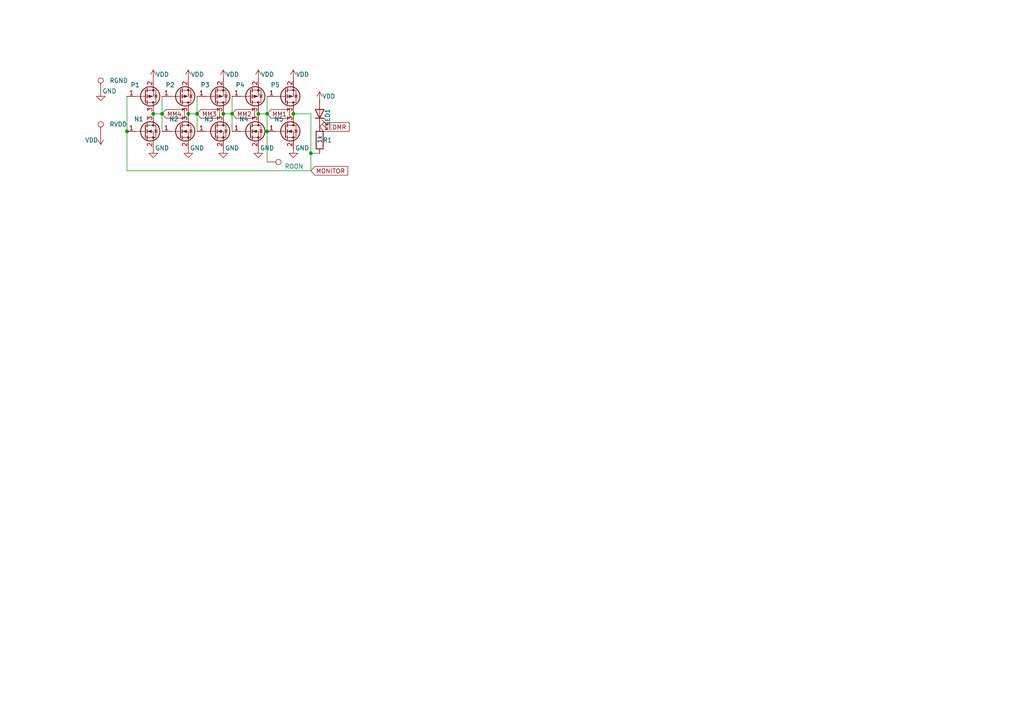
<source format=kicad_sch>
(kicad_sch (version 20250114) (generator "eeschema") (generator_version "9.0")
  (paper "A4")
  (lib_symbols
    (symbol "Connector:TestPoint" (pin_numbers (hide yes)) (pin_names (offset 0.762) (hide yes))
      (property "Reference" "TP" (at 0 6.858 0))
      (property "Value" "TestPoint" (at 0 5.08 0))
      (symbol "TestPoint_0_1"
        (circle (center 0 3.302) (radius 0.762))
      )
      (symbol "TestPoint_1_1"
        (pin passive line (at 0 0 90) (length 2.54) (name "1") (number "1"))
      )
    )
    (symbol "Device:LED" (pin_numbers (hide yes)) (pin_names (offset 1.016) (hide yes))
      (property "Reference" "D" (at 0 2.54 0))
      (property "Value" "LED" (at 0 -2.54 0))
      (symbol "LED_0_1"
        (polyline (pts (xy -3.048 -0.762) (xy -4.572 -2.286) (xy -3.81 -2.286) (xy -4.572 -2.286) (xy -4.572 -1.524)))
        (polyline (pts (xy -1.778 -0.762) (xy -3.302 -2.286) (xy -2.54 -2.286) (xy -3.302 -2.286) (xy -3.302 -1.524)))
        (polyline (pts (xy -1.27 0) (xy 1.27 0)))
        (polyline (pts (xy -1.27 -1.27) (xy -1.27 1.27)) (stroke (width 0.254)))
        (polyline (pts (xy 1.27 -1.27) (xy 1.27 1.27) (xy -1.27 0) (xy 1.27 -1.27)) (stroke (width 0.254)))
      )
      (symbol "LED_1_1"
        (pin passive line (at -3.81 0 0) (length 2.54) (name "K") (number "1"))
        (pin passive line (at 3.81 0 180) (length 2.54) (name "A") (number "2"))
      )
    )
    (symbol "Device:Q_NMOS_GSD" (pin_names (offset 0) (hide yes))
      (property "Reference" "Q" (at 5.08 1.27 0))
      (property "Value" "Q_NMOS_GSD" (at 5.08 -1.27 0))
      (symbol "Q_NMOS_GSD_0_1"
        (polyline (pts (xy 0.254 1.905) (xy 0.254 -1.905)) (stroke (width 0.254)))
        (polyline (pts (xy 0.254 0) (xy -2.54 0)))
        (polyline (pts (xy 0.762 2.286) (xy 0.762 1.27)) (stroke (width 0.254)))
        (polyline (pts (xy 0.762 0.508) (xy 0.762 -0.508)) (stroke (width 0.254)))
        (polyline (pts (xy 0.762 -1.27) (xy 0.762 -2.286)) (stroke (width 0.254)))
        (polyline (pts (xy 0.762 -1.778) (xy 3.302 -1.778) (xy 3.302 1.778) (xy 0.762 1.778)))
        (polyline (pts (xy 1.016 0) (xy 2.032 0.381) (xy 2.032 -0.381) (xy 1.016 0)) (fill (type outline)))
        (circle (center 1.651 0) (radius 2.794) (stroke (width 0.254)))
        (polyline (pts (xy 2.54 2.54) (xy 2.54 1.778)))
        (circle (center 2.54 1.778) (radius 0.254) (fill (type outline)))
        (circle (center 2.54 -1.778) (radius 0.254) (fill (type outline)))
        (polyline (pts (xy 2.54 -2.54) (xy 2.54 0) (xy 0.762 0)))
        (polyline (pts (xy 2.794 0.508) (xy 2.921 0.381) (xy 3.683 0.381) (xy 3.81 0.254)))
        (polyline (pts (xy 3.302 0.381) (xy 2.921 -0.254) (xy 3.683 -0.254) (xy 3.302 0.381)))
      )
      (symbol "Q_NMOS_GSD_1_1"
        (pin input line (at -5.08 0 0) (length 2.54) (name "G") (number "1"))
        (pin passive line (at 2.54 5.08 270) (length 2.54) (name "D") (number "3"))
        (pin passive line (at 2.54 -5.08 90) (length 2.54) (name "S") (number "2"))
      )
    )
    (symbol "Device:Q_PMOS_GSD" (pin_names (offset 0) (hide yes))
      (property "Reference" "Q" (at 5.08 1.27 0))
      (property "Value" "Q_PMOS_GSD" (at 5.08 -1.27 0))
      (symbol "Q_PMOS_GSD_0_1"
        (polyline (pts (xy 0.254 1.905) (xy 0.254 -1.905)) (stroke (width 0.254)))
        (polyline (pts (xy 0.254 0) (xy -2.54 0)))
        (polyline (pts (xy 0.762 2.286) (xy 0.762 1.27)) (stroke (width 0.254)))
        (polyline (pts (xy 0.762 1.778) (xy 3.302 1.778) (xy 3.302 -1.778) (xy 0.762 -1.778)))
        (polyline (pts (xy 0.762 0.508) (xy 0.762 -0.508)) (stroke (width 0.254)))
        (polyline (pts (xy 0.762 -1.27) (xy 0.762 -2.286)) (stroke (width 0.254)))
        (circle (center 1.651 0) (radius 2.794) (stroke (width 0.254)))
        (polyline (pts (xy 2.286 0) (xy 1.27 0.381) (xy 1.27 -0.381) (xy 2.286 0)) (fill (type outline)))
        (polyline (pts (xy 2.54 2.54) (xy 2.54 1.778)))
        (circle (center 2.54 1.778) (radius 0.254) (fill (type outline)))
        (circle (center 2.54 -1.778) (radius 0.254) (fill (type outline)))
        (polyline (pts (xy 2.54 -2.54) (xy 2.54 0) (xy 0.762 0)))
        (polyline (pts (xy 2.794 -0.508) (xy 2.921 -0.381) (xy 3.683 -0.381) (xy 3.81 -0.254)))
        (polyline (pts (xy 3.302 -0.381) (xy 2.921 0.254) (xy 3.683 0.254) (xy 3.302 -0.381)))
      )
      (symbol "Q_PMOS_GSD_1_1"
        (pin input line (at -5.08 0 0) (length 2.54) (name "G") (number "1"))
        (pin passive line (at 2.54 5.08 270) (length 2.54) (name "D") (number "3"))
        (pin passive line (at 2.54 -5.08 90) (length 2.54) (name "S") (number "2"))
      )
    )
    (symbol "Device:R" (pin_numbers (hide yes)) (pin_names (offset 0))
      (property "Reference" "R" (at 2.032 0 90))
      (property "Value" "R" (at 0 0 90))
      (symbol "R_0_1"
        (rectangle (start -1.016 -2.54) (end 1.016 2.54) (stroke (width 0.254)))
      )
      (symbol "R_1_1"
        (pin passive line (at 0 3.81 270) (length 1.27) (name "~") (number "1"))
        (pin passive line (at 0 -3.81 90) (length 1.27) (name "~") (number "2"))
      )
    )
    (symbol "power:GND" (power) (pin_numbers (hide yes)) (pin_names (offset 0) (hide yes))
      (property "Value" "GND" (at 0 -3.81 0))
      (symbol "GND_0_1"
        (polyline (pts (xy 0 0) (xy 0 -1.27) (xy 1.27 -1.27) (xy 0 -2.54) (xy -1.27 -1.27) (xy 0 -1.27)))
      )
      (symbol "GND_1_1"
        (pin power_in line (at 0 0 270) (length 0) (name "~") (number "1"))
      )
    )
    (symbol "power:VDD" (power) (pin_numbers (hide yes)) (pin_names (offset 0) (hide yes))
      (property "Value" "VDD" (at 0 3.556 0))
      (symbol "VDD_0_1"
        (polyline (pts (xy -0.762 1.27) (xy 0 2.54)))
        (polyline (pts (xy 0 2.54) (xy 0.762 1.27)))
        (polyline (pts (xy 0 0) (xy 0 2.54)))
      )
      (symbol "VDD_1_1"
        (pin power_in line (at 0 0 90) (length 0) (name "~") (number "1"))
      )
    )
  )
  (junction (at 44.45 33.02))
  (junction (at 46.99 33.02))
  (junction (at 36.83 38.1))
  (junction (at 74.93 33.02))
  (junction (at 85.09 33.02))
  (junction (at 57.15 33.02))
  (junction (at 54.61 33.02))
  (junction (at 77.47 38.1))
  (junction (at 64.77 33.02))
  (junction (at 77.47 33.02))
  (junction (at 90.17 44.45))
  (junction (at 67.31 33.02))
  (wire (pts (xy 77.47 46.99) (xy 77.47 38.1)))
  (wire (pts (xy 77.47 33.02) (xy 77.47 38.1)))
  (wire (pts (xy 67.31 27.94) (xy 67.31 33.02)))
  (wire (pts (xy 44.45 33.02) (xy 46.99 33.02)))
  (wire (pts (xy 46.99 27.94) (xy 46.99 33.02)))
  (wire (pts (xy 57.15 27.94) (xy 57.15 33.02)))
  (wire (pts (xy 90.17 49.53) (xy 36.83 49.53)))
  (wire (pts (xy 36.83 27.94) (xy 36.83 38.1)))
  (wire (pts (xy 90.17 44.45) (xy 92.71 44.45)))
  (wire (pts (xy 36.83 49.53) (xy 36.83 38.1)))
  (wire (pts (xy 64.77 33.02) (xy 67.31 33.02)))
  (wire (pts (xy 90.17 44.45) (xy 90.17 49.53)))
  (wire (pts (xy 46.99 33.02) (xy 46.99 38.1)))
  (wire (pts (xy 57.15 33.02) (xy 57.15 38.1)))
  (wire (pts (xy 54.61 33.02) (xy 57.15 33.02)))
  (wire (pts (xy 90.17 33.02) (xy 90.17 44.45)))
  (wire (pts (xy 85.09 33.02) (xy 90.17 33.02)))
  (wire (pts (xy 77.47 27.94) (xy 77.47 33.02)))
  (wire (pts (xy 74.93 33.02) (xy 77.47 33.02)))
  (wire (pts (xy 67.31 33.02) (xy 67.31 38.1)))
  (global_label "LEDMR" (shape input) (at 92.71 36.83 0) (property "Intersheetrefs" "${INTERSHEET_REFS}" (effects (hide yes))))
  (global_label "MONITOR" (shape input) (at 90.17 49.53 0) (property "Intersheetrefs" "${INTERSHEET_REFS}" (effects (hide yes))))
  (global_label "MM2" (shape input) (at 67.31 33.02 0) (property "Intersheetrefs" "${INTERSHEET_REFS}" (effects (hide yes))))
  (global_label "MM1" (shape input) (at 77.47 33.02 0) (property "Intersheetrefs" "${INTERSHEET_REFS}" (effects (hide yes))))
  (global_label "MM4" (shape input) (at 46.99 33.02 0) (property "Intersheetrefs" "${INTERSHEET_REFS}" (effects (hide yes))))
  (global_label "MM3" (shape input) (at 57.15 33.02 0) (property "Intersheetrefs" "${INTERSHEET_REFS}" (effects (hide yes))))
  (symbol (lib_id "Device:Q_NMOS_GSD") (at 62.23 38.1 0) (unit 1)
    (property "Reference" "N3" (at 59.182 34.544 0) (effects (justify left)))
    (property "Value" "2SK3541" (effects (hide yes)))
    (property "Footprint" "cnhardware:SOT-723-COMPACT" (effects (hide yes)))
    (property "Description" "N-MOSFET transistor, gate/source/drain" (effects (hide yes)))
    (property "LCSC" "C42402303" (effects (hide yes)))
    (property "Sim.Device" "NMOS" (effects (hide yes)))
    (property "Sim.Type" "VDMOS" (effects (hide yes)))
    (property "Sim.Pins" "1=G 2=S 3=D" (effects (hide yes)))
  )
  (symbol (lib_id "power:VDD") (at 74.93 22.86 0) (unit 1)
    (property "Reference" "#PWR09" (effects (hide yes)))
    (property "Value" "VDD" (at 79.502 21.59 0) (effects (justify right)))
    (property "Description" "Power symbol creates a global label with name \"VDD\"" (effects (hide yes)))
  )
  (symbol (lib_id "Device:Q_NMOS_GSD") (at 41.91 38.1 0) (unit 1)
    (property "Reference" "N1" (at 38.862 34.544 0) (effects (justify left)))
    (property "Value" "2SK3541" (effects (hide yes)))
    (property "Footprint" "cnhardware:SOT-723-COMPACT" (effects (hide yes)))
    (property "Description" "N-MOSFET transistor, gate/source/drain" (effects (hide yes)))
    (property "LCSC" "C42402303" (effects (hide yes)))
    (property "Sim.Device" "NMOS" (effects (hide yes)))
    (property "Sim.Type" "VDMOS" (effects (hide yes)))
    (property "Sim.Pins" "1=G 2=S 3=D" (effects (hide yes)))
  )
  (symbol (lib_id "Device:Q_NMOS_GSD") (at 72.39 38.1 0) (unit 1)
    (property "Reference" "N4" (at 69.342 34.544 0) (effects (justify left)))
    (property "Value" "2SK3541" (effects (hide yes)))
    (property "Footprint" "cnhardware:SOT-723-COMPACT" (effects (hide yes)))
    (property "Description" "N-MOSFET transistor, gate/source/drain" (effects (hide yes)))
    (property "LCSC" "C42402303" (effects (hide yes)))
    (property "Sim.Device" "NMOS" (effects (hide yes)))
    (property "Sim.Type" "VDMOS" (effects (hide yes)))
    (property "Sim.Pins" "1=G 2=S 3=D" (effects (hide yes)))
  )
  (symbol (lib_id "Connector:TestPoint") (at 77.47 46.99 270) (unit 1) (in_bom no)
    (property "Reference" "TP3" (effects (hide yes)))
    (property "Value" "ROON" (at 82.55 48.2599 90) (effects (justify left)))
    (property "Footprint" "cnhardware:TPTHRU" (effects (hide yes)))
    (property "Description" "test point" (effects (hide yes)))
    (property "LCSC" "C25503131" (effects (hide yes)))
    (property "Sim.Device" "TP" (effects (hide yes)))
    (property "Sim.Params" "TP" (effects (hide yes)))
  )
  (symbol (lib_id "Device:Q_PMOS_GSD") (at 62.23 27.94 0) (mirror x) (unit 1)
    (property "Reference" "P3" (at 58.166 24.638 0) (effects (justify left)))
    (property "Value" "RZM001P02T2L" (effects (hide yes)))
    (property "Footprint" "cnhardware:SOT-723-COMPACTP" (effects (hide yes)))
    (property "Description" "P-MOSFET transistor, gate/source/drain" (effects (hide yes)))
    (property "LCSC" "C308762" (effects (hide yes)))
    (property "Sim.Device" "PMOS" (effects (hide yes)))
    (property "Sim.Type" "VDMOS" (effects (hide yes)))
    (property "Sim.Pins" "1=G 2=S 3=D" (effects (hide yes)))
  )
  (symbol (lib_id "power:VDD") (at 92.71 29.21 0) (unit 1)
    (property "Reference" "#PWR013" (effects (hide yes)))
    (property "Value" "VDD" (at 97.282 27.94 0) (effects (justify right)))
    (property "Description" "Power symbol creates a global label with name \"VDD\"" (effects (hide yes)))
  )
  (symbol (lib_id "power:GND") (at 29.21 26.67 0) (unit 1)
    (property "Reference" "#PWR01" (effects (hide yes)))
    (property "Value" "GND" (at 31.75 26.416 0))
    (property "Description" "Power symbol creates a global label with name \"GND\" , ground" (effects (hide yes)))
  )
  (symbol (lib_id "power:VDD") (at 64.77 22.86 0) (unit 1)
    (property "Reference" "#PWR07" (effects (hide yes)))
    (property "Value" "VDD" (at 69.342 21.59 0) (effects (justify right)))
    (property "Description" "Power symbol creates a global label with name \"VDD\"" (effects (hide yes)))
  )
  (symbol (lib_id "Device:LED") (at 92.71 33.02 90) (unit 1)
    (property "Reference" "LED1" (at 94.996 31.496 0) (effects (justify right)))
    (property "Value" "LED" (effects (hide yes)))
    (property "Footprint" "cnhardware:LED_0402_1005Metric_COMPACT" (effects (hide yes)))
    (property "Description" "Light emitting diode" (effects (hide yes)))
    (property "LCSC" "C965793" (effects (hide yes)))
    (property "Sim.Device" "LED" (effects (hide yes)))
    (property "Sim.Pins" "1=A 2=K" (effects (hide yes)))
  )
  (symbol (lib_id "Device:Q_PMOS_GSD") (at 41.91 27.94 0) (mirror x) (unit 1)
    (property "Reference" "P1" (at 37.846 24.638 0) (effects (justify left)))
    (property "Value" "RZM001P02T2L" (effects (hide yes)))
    (property "Footprint" "cnhardware:SOT-723-COMPACTP" (effects (hide yes)))
    (property "Description" "P-MOSFET transistor, gate/source/drain" (effects (hide yes)))
    (property "LCSC" "C308762" (effects (hide yes)))
    (property "Sim.Device" "PMOS" (effects (hide yes)))
    (property "Sim.Type" "VDMOS" (effects (hide yes)))
    (property "Sim.Pins" "1=G 2=S 3=D" (effects (hide yes)))
  )
  (symbol (lib_id "Connector:TestPoint") (at 29.21 39.37 0) (unit 1) (in_bom no)
    (property "Reference" "TP2" (effects (hide yes)))
    (property "Value" "RVDD" (at 31.75 36.0679 0) (effects (justify left)))
    (property "Footprint" "cnhardware:TPTHRU" (effects (hide yes)))
    (property "Description" "test point" (effects (hide yes)))
    (property "LCSC" "C25503131" (effects (hide yes)))
    (property "Sim.Device" "TP" (effects (hide yes)))
    (property "Sim.Params" "TP" (effects (hide yes)))
  )
  (symbol (lib_id "power:GND") (at 64.77 43.18 0) (unit 1)
    (property "Reference" "#PWR08" (effects (hide yes)))
    (property "Value" "GND" (at 67.31 42.926 0))
    (property "Description" "Power symbol creates a global label with name \"GND\" , ground" (effects (hide yes)))
  )
  (symbol (lib_id "power:VDD") (at 54.61 22.86 0) (unit 1)
    (property "Reference" "#PWR05" (effects (hide yes)))
    (property "Value" "VDD" (at 59.182 21.59 0) (effects (justify right)))
    (property "Description" "Power symbol creates a global label with name \"VDD\"" (effects (hide yes)))
  )
  (symbol (lib_id "power:GND") (at 74.93 43.18 0) (unit 1)
    (property "Reference" "#PWR010" (effects (hide yes)))
    (property "Value" "GND" (at 77.47 42.926 0))
    (property "Description" "Power symbol creates a global label with name \"GND\" , ground" (effects (hide yes)))
  )
  (symbol (lib_id "power:VDD") (at 44.45 22.86 0) (unit 1)
    (property "Reference" "#PWR03" (effects (hide yes)))
    (property "Value" "VDD" (at 49.022 21.59 0) (effects (justify right)))
    (property "Description" "Power symbol creates a global label with name \"VDD\"" (effects (hide yes)))
  )
  (symbol (lib_id "Device:Q_PMOS_GSD") (at 82.55 27.94 0) (mirror x) (unit 1)
    (property "Reference" "P5" (at 78.486 24.638 0) (effects (justify left)))
    (property "Value" "RZM001P02T2L" (effects (hide yes)))
    (property "Footprint" "cnhardware:SOT-723-COMPACTP" (effects (hide yes)))
    (property "Description" "P-MOSFET transistor, gate/source/drain" (effects (hide yes)))
    (property "LCSC" "C308762" (effects (hide yes)))
    (property "Sim.Device" "PMOS" (effects (hide yes)))
    (property "Sim.Type" "VDMOS" (effects (hide yes)))
    (property "Sim.Pins" "1=G 2=S 3=D" (effects (hide yes)))
  )
  (symbol (lib_id "power:GND") (at 54.61 43.18 0) (unit 1)
    (property "Reference" "#PWR06" (effects (hide yes)))
    (property "Value" "GND" (at 57.15 42.926 0))
    (property "Description" "Power symbol creates a global label with name \"GND\" , ground" (effects (hide yes)))
  )
  (symbol (lib_id "Device:Q_NMOS_GSD") (at 82.55 38.1 0) (unit 1)
    (property "Reference" "N5" (at 79.502 34.544 0) (effects (justify left)))
    (property "Value" "2SK3541" (effects (hide yes)))
    (property "Footprint" "cnhardware:SOT-723-COMPACT" (effects (hide yes)))
    (property "Description" "N-MOSFET transistor, gate/source/drain" (effects (hide yes)))
    (property "LCSC" "C42402303" (effects (hide yes)))
    (property "Sim.Device" "NMOS" (effects (hide yes)))
    (property "Sim.Type" "VDMOS" (effects (hide yes)))
    (property "Sim.Pins" "1=G 2=S 3=D" (effects (hide yes)))
  )
  (symbol (lib_id "Connector:TestPoint") (at 29.21 26.67 0) (unit 1) (in_bom no)
    (property "Reference" "TP1" (effects (hide yes)))
    (property "Value" "RGND" (at 31.75 23.3679 0) (effects (justify left)))
    (property "Footprint" "cnhardware:TPTHRU" (effects (hide yes)))
    (property "Description" "test point" (effects (hide yes)))
    (property "LCSC" "C25503131" (effects (hide yes)))
    (property "Sim.Device" "TP" (effects (hide yes)))
    (property "Sim.Params" "TP" (effects (hide yes)))
  )
  (symbol (lib_id "power:VDD") (at 85.09 22.86 0) (unit 1)
    (property "Reference" "#PWR011" (effects (hide yes)))
    (property "Value" "VDD" (at 89.662 21.59 0) (effects (justify right)))
    (property "Description" "Power symbol creates a global label with name \"VDD\"" (effects (hide yes)))
  )
  (symbol (lib_id "power:GND") (at 85.09 43.18 0) (unit 1)
    (property "Reference" "#PWR012" (effects (hide yes)))
    (property "Value" "GND" (at 87.63 42.926 0))
    (property "Description" "Power symbol creates a global label with name \"GND\" , ground" (effects (hide yes)))
  )
  (symbol (lib_id "Device:Q_PMOS_GSD") (at 52.07 27.94 0) (mirror x) (unit 1)
    (property "Reference" "P2" (at 48.006 24.638 0) (effects (justify left)))
    (property "Value" "RZM001P02T2L" (effects (hide yes)))
    (property "Footprint" "cnhardware:SOT-723-COMPACTP" (effects (hide yes)))
    (property "Description" "P-MOSFET transistor, gate/source/drain" (effects (hide yes)))
    (property "LCSC" "C308762" (effects (hide yes)))
    (property "Sim.Device" "PMOS" (effects (hide yes)))
    (property "Sim.Type" "VDMOS" (effects (hide yes)))
    (property "Sim.Pins" "1=G 2=S 3=D" (effects (hide yes)))
  )
  (symbol (lib_id "power:VDD") (at 29.21 39.37 180) (unit 1)
    (property "Reference" "#PWR02" (effects (hide yes)))
    (property "Value" "VDD" (at 24.638 40.64 0) (effects (justify right)))
    (property "Description" "Power symbol creates a global label with name \"VDD\"" (effects (hide yes)))
  )
  (symbol (lib_id "power:GND") (at 44.45 43.18 0) (unit 1)
    (property "Reference" "#PWR04" (effects (hide yes)))
    (property "Value" "GND" (at 46.99 42.926 0))
    (property "Description" "Power symbol creates a global label with name \"GND\" , ground" (effects (hide yes)))
  )
  (symbol (lib_id "Device:Q_PMOS_GSD") (at 72.39 27.94 0) (mirror x) (unit 1)
    (property "Reference" "P4" (at 68.326 24.638 0) (effects (justify left)))
    (property "Value" "RZM001P02T2L" (effects (hide yes)))
    (property "Footprint" "cnhardware:SOT-723-COMPACTP" (effects (hide yes)))
    (property "Description" "P-MOSFET transistor, gate/source/drain" (effects (hide yes)))
    (property "LCSC" "C308762" (effects (hide yes)))
    (property "Sim.Device" "PMOS" (effects (hide yes)))
    (property "Sim.Type" "VDMOS" (effects (hide yes)))
    (property "Sim.Pins" "1=G 2=S 3=D" (effects (hide yes)))
  )
  (symbol (lib_id "Device:R") (at 92.71 40.64 0) (unit 1)
    (property "Reference" "R1" (at 94.996 40.64 0))
    (property "Value" "1k" (at 92.71 40.386 90))
    (property "Footprint" "cnhardware:R_0402_1005Metric_COMPACT" (effects (hide yes)))
    (property "Description" "Resistor" (effects (hide yes)))
    (property "LCSC" "C11702" (effects (hide yes)))
  )
  (symbol (lib_id "Device:Q_NMOS_GSD") (at 52.07 38.1 0) (unit 1)
    (property "Reference" "N2" (at 49.022 34.544 0) (effects (justify left)))
    (property "Value" "2SK3541" (effects (hide yes)))
    (property "Footprint" "cnhardware:SOT-723-COMPACT" (effects (hide yes)))
    (property "Description" "N-MOSFET transistor, gate/source/drain" (effects (hide yes)))
    (property "LCSC" "C42402303" (effects (hide yes)))
    (property "Sim.Device" "NMOS" (effects (hide yes)))
    (property "Sim.Type" "VDMOS" (effects (hide yes)))
    (property "Sim.Pins" "1=G 2=S 3=D" (effects (hide yes)))
  )
)
</source>
